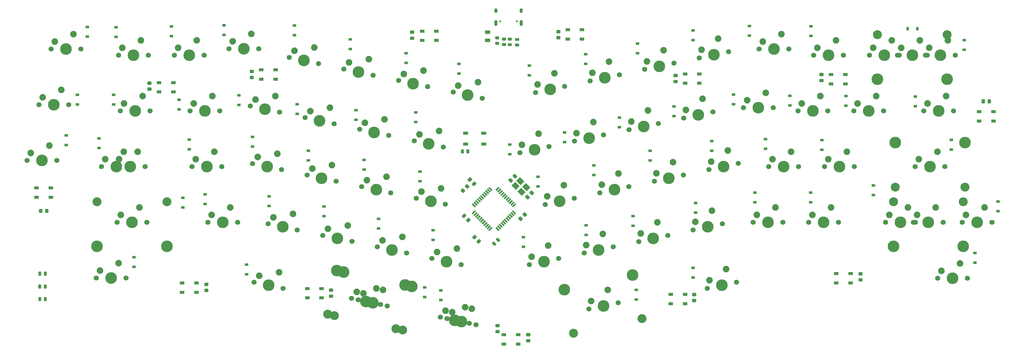
<source format=gbr>
%TF.GenerationSoftware,KiCad,Pcbnew,(5.1.6)-1*%
%TF.CreationDate,2020-07-28T20:53:14+02:00*%
%TF.ProjectId,Proyecto A,50726f79-6563-4746-9f20-412e6b696361,rev?*%
%TF.SameCoordinates,Original*%
%TF.FileFunction,Soldermask,Bot*%
%TF.FilePolarity,Negative*%
%FSLAX46Y46*%
G04 Gerber Fmt 4.6, Leading zero omitted, Abs format (unit mm)*
G04 Created by KiCad (PCBNEW (5.1.6)-1) date 2020-07-28 20:53:14*
%MOMM*%
%LPD*%
G01*
G04 APERTURE LIST*
%ADD10C,0.650000*%
%ADD11O,1.000000X2.100000*%
%ADD12O,1.000000X1.600000*%
%ADD13C,0.100000*%
%ADD14C,2.250000*%
%ADD15C,3.987800*%
%ADD16C,1.750000*%
%ADD17R,1.200000X0.900000*%
%ADD18R,1.800000X1.100000*%
%ADD19C,3.048000*%
%ADD20R,0.900000X1.200000*%
%ADD21R,1.500000X1.000000*%
G04 APERTURE END LIST*
%TO.C,R8*%
G36*
G01*
X234558650Y-2174501D02*
X233646150Y-2174501D01*
G75*
G02*
X233402400Y-1930751I0J243750D01*
G01*
X233402400Y-1443251D01*
G75*
G02*
X233646150Y-1199501I243750J0D01*
G01*
X234558650Y-1199501D01*
G75*
G02*
X234802400Y-1443251I0J-243750D01*
G01*
X234802400Y-1930751D01*
G75*
G02*
X234558650Y-2174501I-243750J0D01*
G01*
G37*
G36*
G01*
X234558650Y-299501D02*
X233646150Y-299501D01*
G75*
G02*
X233402400Y-55751I0J243750D01*
G01*
X233402400Y431749D01*
G75*
G02*
X233646150Y675499I243750J0D01*
G01*
X234558650Y675499D01*
G75*
G02*
X234802400Y431749I0J-243750D01*
G01*
X234802400Y-55751D01*
G75*
G02*
X234558650Y-299501I-243750J0D01*
G01*
G37*
%TD*%
D10*
%TO.C,USB1*%
X228312400Y6398000D03*
X234092400Y6398000D03*
D11*
X235522400Y5868000D03*
X226882400Y5868000D03*
D12*
X235522400Y10048000D03*
X226882400Y10048000D03*
%TD*%
D13*
%TO.C,Y1*%
G36*
X238595878Y-50368421D02*
G01*
X237323086Y-51641213D01*
X235838162Y-50156289D01*
X237110954Y-48883497D01*
X238595878Y-50368421D01*
G37*
G36*
X236545268Y-48317811D02*
G01*
X235272476Y-49590603D01*
X233787552Y-48105679D01*
X235060344Y-46832887D01*
X236545268Y-48317811D01*
G37*
G36*
X234918922Y-49944157D02*
G01*
X233646130Y-51216949D01*
X232161206Y-49732025D01*
X233433998Y-48459233D01*
X234918922Y-49944157D01*
G37*
G36*
X236969532Y-51994767D02*
G01*
X235696740Y-53267559D01*
X234211816Y-51782635D01*
X235484608Y-50509843D01*
X236969532Y-51994767D01*
G37*
%TD*%
%TO.C,C21*%
G36*
G01*
X171036401Y-86115499D02*
X170136399Y-86115499D01*
G75*
G02*
X169886400Y-85865500I0J249999D01*
G01*
X169886400Y-85215498D01*
G75*
G02*
X170136399Y-84965499I249999J0D01*
G01*
X171036401Y-84965499D01*
G75*
G02*
X171286400Y-85215498I0J-249999D01*
G01*
X171286400Y-85865500D01*
G75*
G02*
X171036401Y-86115499I-249999J0D01*
G01*
G37*
G36*
G01*
X171036401Y-88165499D02*
X170136399Y-88165499D01*
G75*
G02*
X169886400Y-87915500I0J249999D01*
G01*
X169886400Y-87265498D01*
G75*
G02*
X170136399Y-87015499I249999J0D01*
G01*
X171036401Y-87015499D01*
G75*
G02*
X171286400Y-87265498I0J-249999D01*
G01*
X171286400Y-87915500D01*
G75*
G02*
X171036401Y-88165499I-249999J0D01*
G01*
G37*
%TD*%
%TO.C,C20*%
G36*
G01*
X128491401Y-84132000D02*
X127591399Y-84132000D01*
G75*
G02*
X127341400Y-83882001I0J249999D01*
G01*
X127341400Y-83231999D01*
G75*
G02*
X127591399Y-82982000I249999J0D01*
G01*
X128491401Y-82982000D01*
G75*
G02*
X128741400Y-83231999I0J-249999D01*
G01*
X128741400Y-83882001D01*
G75*
G02*
X128491401Y-84132000I-249999J0D01*
G01*
G37*
G36*
G01*
X128491401Y-86182000D02*
X127591399Y-86182000D01*
G75*
G02*
X127341400Y-85932001I0J249999D01*
G01*
X127341400Y-85281999D01*
G75*
G02*
X127591399Y-85032000I249999J0D01*
G01*
X128491401Y-85032000D01*
G75*
G02*
X128741400Y-85281999I0J-249999D01*
G01*
X128741400Y-85932001D01*
G75*
G02*
X128491401Y-86182000I-249999J0D01*
G01*
G37*
%TD*%
%TO.C,C19*%
G36*
G01*
X72092400Y-57969999D02*
X72092400Y-58870001D01*
G75*
G02*
X71842401Y-59120000I-249999J0D01*
G01*
X71192399Y-59120000D01*
G75*
G02*
X70942400Y-58870001I0J249999D01*
G01*
X70942400Y-57969999D01*
G75*
G02*
X71192399Y-57720000I249999J0D01*
G01*
X71842401Y-57720000D01*
G75*
G02*
X72092400Y-57969999I0J-249999D01*
G01*
G37*
G36*
G01*
X74142400Y-57969999D02*
X74142400Y-58870001D01*
G75*
G02*
X73892401Y-59120000I-249999J0D01*
G01*
X73242399Y-59120000D01*
G75*
G02*
X72992400Y-58870001I0J249999D01*
G01*
X72992400Y-57969999D01*
G75*
G02*
X73242399Y-57720000I249999J0D01*
G01*
X73892401Y-57720000D01*
G75*
G02*
X74142400Y-57969999I0J-249999D01*
G01*
G37*
%TD*%
%TO.C,C18*%
G36*
G01*
X109060401Y-15298000D02*
X108160399Y-15298000D01*
G75*
G02*
X107910400Y-15048001I0J249999D01*
G01*
X107910400Y-14397999D01*
G75*
G02*
X108160399Y-14148000I249999J0D01*
G01*
X109060401Y-14148000D01*
G75*
G02*
X109310400Y-14397999I0J-249999D01*
G01*
X109310400Y-15048001D01*
G75*
G02*
X109060401Y-15298000I-249999J0D01*
G01*
G37*
G36*
G01*
X109060401Y-17348000D02*
X108160399Y-17348000D01*
G75*
G02*
X107910400Y-17098001I0J249999D01*
G01*
X107910400Y-16447999D01*
G75*
G02*
X108160399Y-16198000I249999J0D01*
G01*
X109060401Y-16198000D01*
G75*
G02*
X109310400Y-16447999I0J-249999D01*
G01*
X109310400Y-17098001D01*
G75*
G02*
X109060401Y-17348000I-249999J0D01*
G01*
G37*
%TD*%
%TO.C,C17*%
G36*
G01*
X143985401Y-11312499D02*
X143085399Y-11312499D01*
G75*
G02*
X142835400Y-11062500I0J249999D01*
G01*
X142835400Y-10412498D01*
G75*
G02*
X143085399Y-10162499I249999J0D01*
G01*
X143985401Y-10162499D01*
G75*
G02*
X144235400Y-10412498I0J-249999D01*
G01*
X144235400Y-11062500D01*
G75*
G02*
X143985401Y-11312499I-249999J0D01*
G01*
G37*
G36*
G01*
X143985401Y-13362499D02*
X143085399Y-13362499D01*
G75*
G02*
X142835400Y-13112500I0J249999D01*
G01*
X142835400Y-12462498D01*
G75*
G02*
X143085399Y-12212499I249999J0D01*
G01*
X143985401Y-12212499D01*
G75*
G02*
X144235400Y-12462498I0J-249999D01*
G01*
X144235400Y-13112500D01*
G75*
G02*
X143985401Y-13362499I-249999J0D01*
G01*
G37*
%TD*%
%TO.C,C16*%
G36*
G01*
X198722401Y2101000D02*
X197822399Y2101000D01*
G75*
G02*
X197572400Y2350999I0J249999D01*
G01*
X197572400Y3001001D01*
G75*
G02*
X197822399Y3251000I249999J0D01*
G01*
X198722401Y3251000D01*
G75*
G02*
X198972400Y3001001I0J-249999D01*
G01*
X198972400Y2350999D01*
G75*
G02*
X198722401Y2101000I-249999J0D01*
G01*
G37*
G36*
G01*
X198722401Y51000D02*
X197822399Y51000D01*
G75*
G02*
X197572400Y300999I0J249999D01*
G01*
X197572400Y951001D01*
G75*
G02*
X197822399Y1201000I249999J0D01*
G01*
X198722401Y1201000D01*
G75*
G02*
X198972400Y951001I0J-249999D01*
G01*
X198972400Y300999D01*
G75*
G02*
X198722401Y51000I-249999J0D01*
G01*
G37*
%TD*%
%TO.C,C15*%
G36*
G01*
X248633401Y2306499D02*
X247733399Y2306499D01*
G75*
G02*
X247483400Y2556498I0J249999D01*
G01*
X247483400Y3206500D01*
G75*
G02*
X247733399Y3456499I249999J0D01*
G01*
X248633401Y3456499D01*
G75*
G02*
X248883400Y3206500I0J-249999D01*
G01*
X248883400Y2556498D01*
G75*
G02*
X248633401Y2306499I-249999J0D01*
G01*
G37*
G36*
G01*
X248633401Y256499D02*
X247733399Y256499D01*
G75*
G02*
X247483400Y506498I0J249999D01*
G01*
X247483400Y1156500D01*
G75*
G02*
X247733399Y1406499I249999J0D01*
G01*
X248633401Y1406499D01*
G75*
G02*
X248883400Y1156500I0J-249999D01*
G01*
X248883400Y506498D01*
G75*
G02*
X248633401Y256499I-249999J0D01*
G01*
G37*
%TD*%
%TO.C,C14*%
G36*
G01*
X288638401Y-12709499D02*
X287738399Y-12709499D01*
G75*
G02*
X287488400Y-12459500I0J249999D01*
G01*
X287488400Y-11809498D01*
G75*
G02*
X287738399Y-11559499I249999J0D01*
G01*
X288638401Y-11559499D01*
G75*
G02*
X288888400Y-11809498I0J-249999D01*
G01*
X288888400Y-12459500D01*
G75*
G02*
X288638401Y-12709499I-249999J0D01*
G01*
G37*
G36*
G01*
X288638401Y-14759499D02*
X287738399Y-14759499D01*
G75*
G02*
X287488400Y-14509500I0J249999D01*
G01*
X287488400Y-13859498D01*
G75*
G02*
X287738399Y-13609499I249999J0D01*
G01*
X288638401Y-13609499D01*
G75*
G02*
X288888400Y-13859498I0J-249999D01*
G01*
X288888400Y-14509500D01*
G75*
G02*
X288638401Y-14759499I-249999J0D01*
G01*
G37*
%TD*%
%TO.C,C13*%
G36*
G01*
X338422401Y-12377000D02*
X337522399Y-12377000D01*
G75*
G02*
X337272400Y-12127001I0J249999D01*
G01*
X337272400Y-11476999D01*
G75*
G02*
X337522399Y-11227000I249999J0D01*
G01*
X338422401Y-11227000D01*
G75*
G02*
X338672400Y-11476999I0J-249999D01*
G01*
X338672400Y-12127001D01*
G75*
G02*
X338422401Y-12377000I-249999J0D01*
G01*
G37*
G36*
G01*
X338422401Y-14427000D02*
X337522399Y-14427000D01*
G75*
G02*
X337272400Y-14177001I0J249999D01*
G01*
X337272400Y-13526999D01*
G75*
G02*
X337522399Y-13277000I249999J0D01*
G01*
X338422401Y-13277000D01*
G75*
G02*
X338672400Y-13526999I0J-249999D01*
G01*
X338672400Y-14177001D01*
G75*
G02*
X338422401Y-14427000I-249999J0D01*
G01*
G37*
%TD*%
%TO.C,C12*%
G36*
G01*
X394683400Y-21405001D02*
X394683400Y-20504999D01*
G75*
G02*
X394933399Y-20255000I249999J0D01*
G01*
X395583401Y-20255000D01*
G75*
G02*
X395833400Y-20504999I0J-249999D01*
G01*
X395833400Y-21405001D01*
G75*
G02*
X395583401Y-21655000I-249999J0D01*
G01*
X394933399Y-21655000D01*
G75*
G02*
X394683400Y-21405001I0J249999D01*
G01*
G37*
G36*
G01*
X392633400Y-21405001D02*
X392633400Y-20504999D01*
G75*
G02*
X392883399Y-20255000I249999J0D01*
G01*
X393533401Y-20255000D01*
G75*
G02*
X393783400Y-20504999I0J-249999D01*
G01*
X393783400Y-21405001D01*
G75*
G02*
X393533401Y-21655000I-249999J0D01*
G01*
X392883399Y-21655000D01*
G75*
G02*
X392633400Y-21405001I0J249999D01*
G01*
G37*
%TD*%
%TO.C,C11*%
G36*
G01*
X351757401Y-80527499D02*
X350857399Y-80527499D01*
G75*
G02*
X350607400Y-80277500I0J249999D01*
G01*
X350607400Y-79627498D01*
G75*
G02*
X350857399Y-79377499I249999J0D01*
G01*
X351757401Y-79377499D01*
G75*
G02*
X352007400Y-79627498I0J-249999D01*
G01*
X352007400Y-80277500D01*
G75*
G02*
X351757401Y-80527499I-249999J0D01*
G01*
G37*
G36*
G01*
X351757401Y-82577499D02*
X350857399Y-82577499D01*
G75*
G02*
X350607400Y-82327500I0J249999D01*
G01*
X350607400Y-81677498D01*
G75*
G02*
X350857399Y-81427499I249999J0D01*
G01*
X351757401Y-81427499D01*
G75*
G02*
X352007400Y-81677498I0J-249999D01*
G01*
X352007400Y-82327500D01*
G75*
G02*
X351757401Y-82577499I-249999J0D01*
G01*
G37*
%TD*%
%TO.C,C10*%
G36*
G01*
X294988401Y-87609500D02*
X294088399Y-87609500D01*
G75*
G02*
X293838400Y-87359501I0J249999D01*
G01*
X293838400Y-86709499D01*
G75*
G02*
X294088399Y-86459500I249999J0D01*
G01*
X294988401Y-86459500D01*
G75*
G02*
X295238400Y-86709499I0J-249999D01*
G01*
X295238400Y-87359501D01*
G75*
G02*
X294988401Y-87609500I-249999J0D01*
G01*
G37*
G36*
G01*
X294988401Y-89659500D02*
X294088399Y-89659500D01*
G75*
G02*
X293838400Y-89409501I0J249999D01*
G01*
X293838400Y-88759499D01*
G75*
G02*
X294088399Y-88509500I249999J0D01*
G01*
X294988401Y-88509500D01*
G75*
G02*
X295238400Y-88759499I0J-249999D01*
G01*
X295238400Y-89409501D01*
G75*
G02*
X294988401Y-89659500I-249999J0D01*
G01*
G37*
%TD*%
%TO.C,C9*%
G36*
G01*
X238346401Y-101355499D02*
X237446399Y-101355499D01*
G75*
G02*
X237196400Y-101105500I0J249999D01*
G01*
X237196400Y-100455498D01*
G75*
G02*
X237446399Y-100205499I249999J0D01*
G01*
X238346401Y-100205499D01*
G75*
G02*
X238596400Y-100455498I0J-249999D01*
G01*
X238596400Y-101105500D01*
G75*
G02*
X238346401Y-101355499I-249999J0D01*
G01*
G37*
G36*
G01*
X238346401Y-103405499D02*
X237446399Y-103405499D01*
G75*
G02*
X237196400Y-103155500I0J249999D01*
G01*
X237196400Y-102505498D01*
G75*
G02*
X237446399Y-102255499I249999J0D01*
G01*
X238346401Y-102255499D01*
G75*
G02*
X238596400Y-102505498I0J-249999D01*
G01*
X238596400Y-103155500D01*
G75*
G02*
X238346401Y-103405499I-249999J0D01*
G01*
G37*
%TD*%
%TO.C,C7*%
G36*
G01*
X216963796Y-50787001D02*
X216327399Y-50150604D01*
G75*
G02*
X216327399Y-49797052I176776J176776D01*
G01*
X216787020Y-49337431D01*
G75*
G02*
X217140572Y-49337431I176776J-176776D01*
G01*
X217776969Y-49973828D01*
G75*
G02*
X217776969Y-50327380I-176776J-176776D01*
G01*
X217317348Y-50787001D01*
G75*
G02*
X216963796Y-50787001I-176776J176776D01*
G01*
G37*
G36*
G01*
X215514228Y-52236569D02*
X214877831Y-51600172D01*
G75*
G02*
X214877831Y-51246620I176776J176776D01*
G01*
X215337452Y-50786999D01*
G75*
G02*
X215691004Y-50786999I176776J-176776D01*
G01*
X216327401Y-51423396D01*
G75*
G02*
X216327401Y-51776948I-176776J-176776D01*
G01*
X215867780Y-52236569D01*
G75*
G02*
X215514228Y-52236569I-176776J176776D01*
G01*
G37*
%TD*%
%TO.C,C6*%
G36*
G01*
X218697399Y-49083396D02*
X219333796Y-48446999D01*
G75*
G02*
X219687348Y-48446999I176776J-176776D01*
G01*
X220146969Y-48906620D01*
G75*
G02*
X220146969Y-49260172I-176776J-176776D01*
G01*
X219510572Y-49896569D01*
G75*
G02*
X219157020Y-49896569I-176776J176776D01*
G01*
X218697399Y-49436948D01*
G75*
G02*
X218697399Y-49083396I176776J176776D01*
G01*
G37*
G36*
G01*
X217247831Y-47633828D02*
X217884228Y-46997431D01*
G75*
G02*
X218237780Y-46997431I176776J-176776D01*
G01*
X218697401Y-47457052D01*
G75*
G02*
X218697401Y-47810604I-176776J-176776D01*
G01*
X218061004Y-48447001D01*
G75*
G02*
X217707452Y-48447001I-176776J176776D01*
G01*
X217247831Y-47987380D01*
G75*
G02*
X217247831Y-47633828I176776J176776D01*
G01*
G37*
%TD*%
%TO.C,C5*%
G36*
G01*
X220297401Y-67470604D02*
X219661004Y-68107001D01*
G75*
G02*
X219307452Y-68107001I-176776J176776D01*
G01*
X218847831Y-67647380D01*
G75*
G02*
X218847831Y-67293828I176776J176776D01*
G01*
X219484228Y-66657431D01*
G75*
G02*
X219837780Y-66657431I176776J-176776D01*
G01*
X220297401Y-67117052D01*
G75*
G02*
X220297401Y-67470604I-176776J-176776D01*
G01*
G37*
G36*
G01*
X221746969Y-68920172D02*
X221110572Y-69556569D01*
G75*
G02*
X220757020Y-69556569I-176776J176776D01*
G01*
X220297399Y-69096948D01*
G75*
G02*
X220297399Y-68743396I176776J176776D01*
G01*
X220933796Y-68106999D01*
G75*
G02*
X221287348Y-68106999I176776J-176776D01*
G01*
X221746969Y-68566620D01*
G75*
G02*
X221746969Y-68920172I-176776J-176776D01*
G01*
G37*
%TD*%
%TO.C,C4*%
G36*
G01*
X236638796Y-60387001D02*
X236002399Y-59750604D01*
G75*
G02*
X236002399Y-59397052I176776J176776D01*
G01*
X236462020Y-58937431D01*
G75*
G02*
X236815572Y-58937431I176776J-176776D01*
G01*
X237451969Y-59573828D01*
G75*
G02*
X237451969Y-59927380I-176776J-176776D01*
G01*
X236992348Y-60387001D01*
G75*
G02*
X236638796Y-60387001I-176776J176776D01*
G01*
G37*
G36*
G01*
X235189228Y-61836569D02*
X234552831Y-61200172D01*
G75*
G02*
X234552831Y-60846620I176776J176776D01*
G01*
X235012452Y-60386999D01*
G75*
G02*
X235366004Y-60386999I176776J-176776D01*
G01*
X236002401Y-61023396D01*
G75*
G02*
X236002401Y-61376948I-176776J-176776D01*
G01*
X235542780Y-61836569D01*
G75*
G02*
X235189228Y-61836569I-176776J176776D01*
G01*
G37*
%TD*%
%TO.C,C3*%
G36*
G01*
X231998091Y-47289912D02*
X232634488Y-47926309D01*
G75*
G02*
X232634488Y-48279861I-176776J-176776D01*
G01*
X232174867Y-48739482D01*
G75*
G02*
X231821315Y-48739482I-176776J176776D01*
G01*
X231184918Y-48103085D01*
G75*
G02*
X231184918Y-47749533I176776J176776D01*
G01*
X231644539Y-47289912D01*
G75*
G02*
X231998091Y-47289912I176776J-176776D01*
G01*
G37*
G36*
G01*
X233447659Y-45840344D02*
X234084056Y-46476741D01*
G75*
G02*
X234084056Y-46830293I-176776J-176776D01*
G01*
X233624435Y-47289914D01*
G75*
G02*
X233270883Y-47289914I-176776J176776D01*
G01*
X232634486Y-46653517D01*
G75*
G02*
X232634486Y-46299965I176776J176776D01*
G01*
X233094107Y-45840344D01*
G75*
G02*
X233447659Y-45840344I176776J-176776D01*
G01*
G37*
%TD*%
%TO.C,C2*%
G36*
G01*
X239013796Y-52977001D02*
X238377399Y-52340604D01*
G75*
G02*
X238377399Y-51987052I176776J176776D01*
G01*
X238837020Y-51527431D01*
G75*
G02*
X239190572Y-51527431I176776J-176776D01*
G01*
X239826969Y-52163828D01*
G75*
G02*
X239826969Y-52517380I-176776J-176776D01*
G01*
X239367348Y-52977001D01*
G75*
G02*
X239013796Y-52977001I-176776J176776D01*
G01*
G37*
G36*
G01*
X237564228Y-54426569D02*
X236927831Y-53790172D01*
G75*
G02*
X236927831Y-53436620I176776J176776D01*
G01*
X237387452Y-52976999D01*
G75*
G02*
X237741004Y-52976999I176776J-176776D01*
G01*
X238377401Y-53613396D01*
G75*
G02*
X238377401Y-53966948I-176776J-176776D01*
G01*
X237917780Y-54426569D01*
G75*
G02*
X237564228Y-54426569I-176776J176776D01*
G01*
G37*
%TD*%
%TO.C,C1*%
G36*
G01*
X216710312Y-61466309D02*
X217346709Y-60829912D01*
G75*
G02*
X217700261Y-60829912I176776J-176776D01*
G01*
X218159882Y-61289533D01*
G75*
G02*
X218159882Y-61643085I-176776J-176776D01*
G01*
X217523485Y-62279482D01*
G75*
G02*
X217169933Y-62279482I-176776J176776D01*
G01*
X216710312Y-61819861D01*
G75*
G02*
X216710312Y-61466309I176776J176776D01*
G01*
G37*
G36*
G01*
X215260744Y-60016741D02*
X215897141Y-59380344D01*
G75*
G02*
X216250693Y-59380344I176776J-176776D01*
G01*
X216710314Y-59839965D01*
G75*
G02*
X216710314Y-60193517I-176776J-176776D01*
G01*
X216073917Y-60829914D01*
G75*
G02*
X215720365Y-60829914I-176776J176776D01*
G01*
X215260744Y-60370293D01*
G75*
G02*
X215260744Y-60016741I176776J176776D01*
G01*
G37*
%TD*%
%TO.C,R11*%
G36*
G01*
X227877401Y-98247000D02*
X226977399Y-98247000D01*
G75*
G02*
X226727400Y-97997001I0J249999D01*
G01*
X226727400Y-97346999D01*
G75*
G02*
X226977399Y-97097000I249999J0D01*
G01*
X227877401Y-97097000D01*
G75*
G02*
X228127400Y-97346999I0J-249999D01*
G01*
X228127400Y-97997001D01*
G75*
G02*
X227877401Y-98247000I-249999J0D01*
G01*
G37*
G36*
G01*
X227877401Y-100297000D02*
X226977399Y-100297000D01*
G75*
G02*
X226727400Y-100047001I0J249999D01*
G01*
X226727400Y-99396999D01*
G75*
G02*
X226977399Y-99147000I249999J0D01*
G01*
X227877401Y-99147000D01*
G75*
G02*
X228127400Y-99396999I0J-249999D01*
G01*
X228127400Y-100047001D01*
G75*
G02*
X227877401Y-100297000I-249999J0D01*
G01*
G37*
%TD*%
%TO.C,R2*%
G36*
G01*
X232058650Y-2049500D02*
X231146150Y-2049500D01*
G75*
G02*
X230902400Y-1805750I0J243750D01*
G01*
X230902400Y-1318250D01*
G75*
G02*
X231146150Y-1074500I243750J0D01*
G01*
X232058650Y-1074500D01*
G75*
G02*
X232302400Y-1318250I0J-243750D01*
G01*
X232302400Y-1805750D01*
G75*
G02*
X232058650Y-2049500I-243750J0D01*
G01*
G37*
G36*
G01*
X232058650Y-174500D02*
X231146150Y-174500D01*
G75*
G02*
X230902400Y69250I0J243750D01*
G01*
X230902400Y556750D01*
G75*
G02*
X231146150Y800500I243750J0D01*
G01*
X232058650Y800500D01*
G75*
G02*
X232302400Y556750I0J-243750D01*
G01*
X232302400Y69250D01*
G75*
G02*
X232058650Y-174500I-243750J0D01*
G01*
G37*
%TD*%
%TO.C,R1*%
G36*
G01*
X230083650Y-2024500D02*
X229171150Y-2024500D01*
G75*
G02*
X228927400Y-1780750I0J243750D01*
G01*
X228927400Y-1293250D01*
G75*
G02*
X229171150Y-1049500I243750J0D01*
G01*
X230083650Y-1049500D01*
G75*
G02*
X230327400Y-1293250I0J-243750D01*
G01*
X230327400Y-1780750D01*
G75*
G02*
X230083650Y-2024500I-243750J0D01*
G01*
G37*
G36*
G01*
X230083650Y-149500D02*
X229171150Y-149500D01*
G75*
G02*
X228927400Y94250I0J243750D01*
G01*
X228927400Y581750D01*
G75*
G02*
X229171150Y825500I243750J0D01*
G01*
X230083650Y825500D01*
G75*
G02*
X230327400Y581750I0J-243750D01*
G01*
X230327400Y94250D01*
G75*
G02*
X230083650Y-149500I-243750J0D01*
G01*
G37*
%TD*%
D14*
%TO.C,K4*%
X183500686Y-6499106D03*
D15*
X179960000Y-10940000D03*
D14*
X176761353Y-7663362D03*
D16*
X174991010Y-9883809D03*
X184928990Y-11996191D03*
%TD*%
D17*
%TO.C,D_63*%
X294177400Y-81217000D03*
X294177400Y-77917000D03*
%TD*%
%TO.C,R6*%
G36*
G01*
X71684900Y-88130750D02*
X71684900Y-89043250D01*
G75*
G02*
X71441150Y-89287000I-243750J0D01*
G01*
X70953650Y-89287000D01*
G75*
G02*
X70709900Y-89043250I0J243750D01*
G01*
X70709900Y-88130750D01*
G75*
G02*
X70953650Y-87887000I243750J0D01*
G01*
X71441150Y-87887000D01*
G75*
G02*
X71684900Y-88130750I0J-243750D01*
G01*
G37*
G36*
G01*
X73559900Y-88130750D02*
X73559900Y-89043250D01*
G75*
G02*
X73316150Y-89287000I-243750J0D01*
G01*
X72828650Y-89287000D01*
G75*
G02*
X72584900Y-89043250I0J243750D01*
G01*
X72584900Y-88130750D01*
G75*
G02*
X72828650Y-87887000I243750J0D01*
G01*
X73316150Y-87887000D01*
G75*
G02*
X73559900Y-88130750I0J-243750D01*
G01*
G37*
%TD*%
%TO.C,D_40*%
X300557528Y-37820961D03*
X300557528Y-34520961D03*
%TD*%
D14*
%TO.C,SPLIT_BKS1*%
X381091880Y-71680D03*
D15*
X378551880Y-5151680D03*
D14*
X374741880Y-2611680D03*
D16*
X373471880Y-5151680D03*
X383631880Y-5151680D03*
%TD*%
D17*
%TO.C,D_44*%
X386670000Y-50000D03*
X386670000Y-3350000D03*
%TD*%
D13*
%TO.C,U1*%
G36*
X219684700Y-58206978D02*
G01*
X220073608Y-58595886D01*
X219012948Y-59656546D01*
X218624040Y-59267638D01*
X219684700Y-58206978D01*
G37*
G36*
X220250386Y-58772663D02*
G01*
X220639294Y-59161571D01*
X219578634Y-60222231D01*
X219189726Y-59833323D01*
X220250386Y-58772663D01*
G37*
G36*
X220816071Y-59338348D02*
G01*
X221204979Y-59727256D01*
X220144319Y-60787916D01*
X219755411Y-60399008D01*
X220816071Y-59338348D01*
G37*
G36*
X221381756Y-59904034D02*
G01*
X221770664Y-60292942D01*
X220710004Y-61353602D01*
X220321096Y-60964694D01*
X221381756Y-59904034D01*
G37*
G36*
X221947442Y-60469719D02*
G01*
X222336350Y-60858627D01*
X221275690Y-61919287D01*
X220886782Y-61530379D01*
X221947442Y-60469719D01*
G37*
G36*
X222513127Y-61035405D02*
G01*
X222902035Y-61424313D01*
X221841375Y-62484973D01*
X221452467Y-62096065D01*
X222513127Y-61035405D01*
G37*
G36*
X223078813Y-61601090D02*
G01*
X223467721Y-61989998D01*
X222407061Y-63050658D01*
X222018153Y-62661750D01*
X223078813Y-61601090D01*
G37*
G36*
X223644498Y-62166776D02*
G01*
X224033406Y-62555684D01*
X222972746Y-63616344D01*
X222583838Y-63227436D01*
X223644498Y-62166776D01*
G37*
G36*
X224210184Y-62732461D02*
G01*
X224599092Y-63121369D01*
X223538432Y-64182029D01*
X223149524Y-63793121D01*
X224210184Y-62732461D01*
G37*
G36*
X224775869Y-63298146D02*
G01*
X225164777Y-63687054D01*
X224104117Y-64747714D01*
X223715209Y-64358806D01*
X224775869Y-63298146D01*
G37*
G36*
X225341554Y-63863832D02*
G01*
X225730462Y-64252740D01*
X224669802Y-65313400D01*
X224280894Y-64924492D01*
X225341554Y-63863832D01*
G37*
G36*
X226685058Y-64252740D02*
G01*
X227073966Y-63863832D01*
X228134626Y-64924492D01*
X227745718Y-65313400D01*
X226685058Y-64252740D01*
G37*
G36*
X227250743Y-63687054D02*
G01*
X227639651Y-63298146D01*
X228700311Y-64358806D01*
X228311403Y-64747714D01*
X227250743Y-63687054D01*
G37*
G36*
X227816428Y-63121369D02*
G01*
X228205336Y-62732461D01*
X229265996Y-63793121D01*
X228877088Y-64182029D01*
X227816428Y-63121369D01*
G37*
G36*
X228382114Y-62555684D02*
G01*
X228771022Y-62166776D01*
X229831682Y-63227436D01*
X229442774Y-63616344D01*
X228382114Y-62555684D01*
G37*
G36*
X228947799Y-61989998D02*
G01*
X229336707Y-61601090D01*
X230397367Y-62661750D01*
X230008459Y-63050658D01*
X228947799Y-61989998D01*
G37*
G36*
X229513485Y-61424313D02*
G01*
X229902393Y-61035405D01*
X230963053Y-62096065D01*
X230574145Y-62484973D01*
X229513485Y-61424313D01*
G37*
G36*
X230079170Y-60858627D02*
G01*
X230468078Y-60469719D01*
X231528738Y-61530379D01*
X231139830Y-61919287D01*
X230079170Y-60858627D01*
G37*
G36*
X230644856Y-60292942D02*
G01*
X231033764Y-59904034D01*
X232094424Y-60964694D01*
X231705516Y-61353602D01*
X230644856Y-60292942D01*
G37*
G36*
X231210541Y-59727256D02*
G01*
X231599449Y-59338348D01*
X232660109Y-60399008D01*
X232271201Y-60787916D01*
X231210541Y-59727256D01*
G37*
G36*
X231776226Y-59161571D02*
G01*
X232165134Y-58772663D01*
X233225794Y-59833323D01*
X232836886Y-60222231D01*
X231776226Y-59161571D01*
G37*
G36*
X232341912Y-58595886D02*
G01*
X232730820Y-58206978D01*
X233791480Y-59267638D01*
X233402572Y-59656546D01*
X232341912Y-58595886D01*
G37*
G36*
X233402572Y-55802814D02*
G01*
X233791480Y-56191722D01*
X232730820Y-57252382D01*
X232341912Y-56863474D01*
X233402572Y-55802814D01*
G37*
G36*
X232836886Y-55237129D02*
G01*
X233225794Y-55626037D01*
X232165134Y-56686697D01*
X231776226Y-56297789D01*
X232836886Y-55237129D01*
G37*
G36*
X232271201Y-54671444D02*
G01*
X232660109Y-55060352D01*
X231599449Y-56121012D01*
X231210541Y-55732104D01*
X232271201Y-54671444D01*
G37*
G36*
X231705516Y-54105758D02*
G01*
X232094424Y-54494666D01*
X231033764Y-55555326D01*
X230644856Y-55166418D01*
X231705516Y-54105758D01*
G37*
G36*
X231139830Y-53540073D02*
G01*
X231528738Y-53928981D01*
X230468078Y-54989641D01*
X230079170Y-54600733D01*
X231139830Y-53540073D01*
G37*
G36*
X230574145Y-52974387D02*
G01*
X230963053Y-53363295D01*
X229902393Y-54423955D01*
X229513485Y-54035047D01*
X230574145Y-52974387D01*
G37*
G36*
X230008459Y-52408702D02*
G01*
X230397367Y-52797610D01*
X229336707Y-53858270D01*
X228947799Y-53469362D01*
X230008459Y-52408702D01*
G37*
G36*
X229442774Y-51843016D02*
G01*
X229831682Y-52231924D01*
X228771022Y-53292584D01*
X228382114Y-52903676D01*
X229442774Y-51843016D01*
G37*
G36*
X228877088Y-51277331D02*
G01*
X229265996Y-51666239D01*
X228205336Y-52726899D01*
X227816428Y-52337991D01*
X228877088Y-51277331D01*
G37*
G36*
X228311403Y-50711646D02*
G01*
X228700311Y-51100554D01*
X227639651Y-52161214D01*
X227250743Y-51772306D01*
X228311403Y-50711646D01*
G37*
G36*
X227745718Y-50145960D02*
G01*
X228134626Y-50534868D01*
X227073966Y-51595528D01*
X226685058Y-51206620D01*
X227745718Y-50145960D01*
G37*
G36*
X224280894Y-50534868D02*
G01*
X224669802Y-50145960D01*
X225730462Y-51206620D01*
X225341554Y-51595528D01*
X224280894Y-50534868D01*
G37*
G36*
X223715209Y-51100554D02*
G01*
X224104117Y-50711646D01*
X225164777Y-51772306D01*
X224775869Y-52161214D01*
X223715209Y-51100554D01*
G37*
G36*
X223149524Y-51666239D02*
G01*
X223538432Y-51277331D01*
X224599092Y-52337991D01*
X224210184Y-52726899D01*
X223149524Y-51666239D01*
G37*
G36*
X222583838Y-52231924D02*
G01*
X222972746Y-51843016D01*
X224033406Y-52903676D01*
X223644498Y-53292584D01*
X222583838Y-52231924D01*
G37*
G36*
X222018153Y-52797610D02*
G01*
X222407061Y-52408702D01*
X223467721Y-53469362D01*
X223078813Y-53858270D01*
X222018153Y-52797610D01*
G37*
G36*
X221452467Y-53363295D02*
G01*
X221841375Y-52974387D01*
X222902035Y-54035047D01*
X222513127Y-54423955D01*
X221452467Y-53363295D01*
G37*
G36*
X220886782Y-53928981D02*
G01*
X221275690Y-53540073D01*
X222336350Y-54600733D01*
X221947442Y-54989641D01*
X220886782Y-53928981D01*
G37*
G36*
X220321096Y-54494666D02*
G01*
X220710004Y-54105758D01*
X221770664Y-55166418D01*
X221381756Y-55555326D01*
X220321096Y-54494666D01*
G37*
G36*
X219755411Y-55060352D02*
G01*
X220144319Y-54671444D01*
X221204979Y-55732104D01*
X220816071Y-56121012D01*
X219755411Y-55060352D01*
G37*
G36*
X219189726Y-55626037D02*
G01*
X219578634Y-55237129D01*
X220639294Y-56297789D01*
X220250386Y-56686697D01*
X219189726Y-55626037D01*
G37*
G36*
X218624040Y-56191722D02*
G01*
X219012948Y-55802814D01*
X220073608Y-56863474D01*
X219684700Y-57252382D01*
X218624040Y-56191722D01*
G37*
%TD*%
D18*
%TO.C,SW1*%
X216550000Y-35550000D03*
X222750000Y-35550000D03*
X216550000Y-31850000D03*
X222750000Y-31850000D03*
%TD*%
%TO.C,R9*%
G36*
G01*
X227758650Y-1599500D02*
X226846150Y-1599500D01*
G75*
G02*
X226602400Y-1355750I0J243750D01*
G01*
X226602400Y-868250D01*
G75*
G02*
X226846150Y-624500I243750J0D01*
G01*
X227758650Y-624500D01*
G75*
G02*
X228002400Y-868250I0J-243750D01*
G01*
X228002400Y-1355750D01*
G75*
G02*
X227758650Y-1599500I-243750J0D01*
G01*
G37*
G36*
G01*
X227758650Y275500D02*
X226846150Y275500D01*
G75*
G02*
X226602400Y519250I0J243750D01*
G01*
X226602400Y1006750D01*
G75*
G02*
X226846150Y1250500I243750J0D01*
G01*
X227758650Y1250500D01*
G75*
G02*
X228002400Y1006750I0J-243750D01*
G01*
X228002400Y519250D01*
G75*
G02*
X227758650Y275500I-243750J0D01*
G01*
G37*
%TD*%
%TO.C,R7*%
G36*
G01*
X71664900Y-83860750D02*
X71664900Y-84773250D01*
G75*
G02*
X71421150Y-85017000I-243750J0D01*
G01*
X70933650Y-85017000D01*
G75*
G02*
X70689900Y-84773250I0J243750D01*
G01*
X70689900Y-83860750D01*
G75*
G02*
X70933650Y-83617000I243750J0D01*
G01*
X71421150Y-83617000D01*
G75*
G02*
X71664900Y-83860750I0J-243750D01*
G01*
G37*
G36*
G01*
X73539900Y-83860750D02*
X73539900Y-84773250D01*
G75*
G02*
X73296150Y-85017000I-243750J0D01*
G01*
X72808650Y-85017000D01*
G75*
G02*
X72564900Y-84773250I0J243750D01*
G01*
X72564900Y-83860750D01*
G75*
G02*
X72808650Y-83617000I243750J0D01*
G01*
X73296150Y-83617000D01*
G75*
G02*
X73539900Y-83860750I0J-243750D01*
G01*
G37*
%TD*%
%TO.C,R5*%
G36*
G01*
X71684900Y-79430750D02*
X71684900Y-80343250D01*
G75*
G02*
X71441150Y-80587000I-243750J0D01*
G01*
X70953650Y-80587000D01*
G75*
G02*
X70709900Y-80343250I0J243750D01*
G01*
X70709900Y-79430750D01*
G75*
G02*
X70953650Y-79187000I243750J0D01*
G01*
X71441150Y-79187000D01*
G75*
G02*
X71684900Y-79430750I0J-243750D01*
G01*
G37*
G36*
G01*
X73559900Y-79430750D02*
X73559900Y-80343250D01*
G75*
G02*
X73316150Y-80587000I-243750J0D01*
G01*
X72828650Y-80587000D01*
G75*
G02*
X72584900Y-80343250I0J243750D01*
G01*
X72584900Y-79430750D01*
G75*
G02*
X72828650Y-79187000I243750J0D01*
G01*
X73316150Y-79187000D01*
G75*
G02*
X73559900Y-79430750I0J-243750D01*
G01*
G37*
%TD*%
%TO.C,R4*%
G36*
G01*
X227568216Y-68991419D02*
X226922981Y-68346184D01*
G75*
G02*
X226922981Y-68001470I172357J172357D01*
G01*
X227267696Y-67656755D01*
G75*
G02*
X227612410Y-67656755I172357J-172357D01*
G01*
X228257645Y-68301990D01*
G75*
G02*
X228257645Y-68646704I-172357J-172357D01*
G01*
X227912930Y-68991419D01*
G75*
G02*
X227568216Y-68991419I-172357J172357D01*
G01*
G37*
G36*
G01*
X226242390Y-70317245D02*
X225597155Y-69672010D01*
G75*
G02*
X225597155Y-69327296I172357J172357D01*
G01*
X225941870Y-68982581D01*
G75*
G02*
X226286584Y-68982581I172357J-172357D01*
G01*
X226931819Y-69627816D01*
G75*
G02*
X226931819Y-69972530I-172357J-172357D01*
G01*
X226587104Y-70317245D01*
G75*
G02*
X226242390Y-70317245I-172357J172357D01*
G01*
G37*
%TD*%
%TO.C,R3*%
G36*
G01*
X215914901Y-37630750D02*
X215914901Y-38543250D01*
G75*
G02*
X215671151Y-38787000I-243750J0D01*
G01*
X215183651Y-38787000D01*
G75*
G02*
X214939901Y-38543250I0J243750D01*
G01*
X214939901Y-37630750D01*
G75*
G02*
X215183651Y-37387000I243750J0D01*
G01*
X215671151Y-37387000D01*
G75*
G02*
X215914901Y-37630750I0J-243750D01*
G01*
G37*
G36*
G01*
X217789901Y-37630750D02*
X217789901Y-38543250D01*
G75*
G02*
X217546151Y-38787000I-243750J0D01*
G01*
X217058651Y-38787000D01*
G75*
G02*
X216814901Y-38543250I0J243750D01*
G01*
X216814901Y-37630750D01*
G75*
G02*
X217058651Y-37387000I243750J0D01*
G01*
X217546151Y-37387000D01*
G75*
G02*
X217789901Y-37630750I0J-243750D01*
G01*
G37*
%TD*%
D14*
%TO.C,FUNC1*%
X218660686Y-91879106D03*
D15*
X215120000Y-96320000D03*
D14*
X211921353Y-93043362D03*
D16*
X210151010Y-95263809D03*
X220088990Y-97376191D03*
%TD*%
D14*
%TO.C,lgui1*%
X188364226Y-85429946D03*
D15*
X184823540Y-89870840D03*
D14*
X181624893Y-86594202D03*
D16*
X179854550Y-88814649D03*
X189792530Y-90927031D03*
D19*
X171725207Y-94227752D03*
X195017347Y-99178650D03*
D15*
X174893781Y-79320783D03*
X198185921Y-84271680D03*
%TD*%
D14*
%TO.C,RSHIFT2*%
X377010100Y-57244540D03*
D15*
X374470100Y-62324540D03*
D14*
X370660100Y-59784540D03*
D16*
X369390100Y-62324540D03*
X379550100Y-62324540D03*
D19*
X362563850Y-55339540D03*
X386376350Y-55339540D03*
D15*
X362563850Y-70579540D03*
X386376350Y-70579540D03*
%TD*%
D14*
%TO.C,CAPS2*%
X99840000Y-38190000D03*
D15*
X97300000Y-43270000D03*
D14*
X93490000Y-40730000D03*
D16*
X92220000Y-43270000D03*
X102380000Y-43270000D03*
%TD*%
D14*
%TO.C,BACKSPACE1*%
X371530000Y-90000D03*
D15*
X368990000Y-5170000D03*
D14*
X365180000Y-2630000D03*
D16*
X363910000Y-5170000D03*
X374070000Y-5170000D03*
D19*
X357083750Y1815000D03*
X380896250Y1815000D03*
D15*
X357083750Y-13425000D03*
X380896250Y-13425000D03*
%TD*%
D14*
%TO.C,FUNCT1*%
X393670000Y-57220000D03*
D15*
X391130000Y-62300000D03*
D14*
X387320000Y-59760000D03*
D16*
X386050000Y-62300000D03*
X396210000Y-62300000D03*
%TD*%
D14*
%TO.C,RCTL1*%
X385250000Y-76350000D03*
D15*
X382710000Y-81430000D03*
D14*
X378900000Y-78890000D03*
D16*
X377630000Y-81430000D03*
X387790000Y-81430000D03*
%TD*%
D14*
%TO.C,RALT1*%
X305425704Y-78349914D03*
D15*
X303997400Y-83847000D03*
D14*
X299742562Y-82154649D03*
D16*
X299028410Y-84903191D03*
X308966390Y-82790809D03*
%TD*%
D14*
%TO.C,space2*%
X265019784Y-85425314D03*
D15*
X263591480Y-90922400D03*
D14*
X259336642Y-89230049D03*
D16*
X258622490Y-91978591D03*
X268560470Y-89866209D03*
D19*
X253397673Y-100230210D03*
X276689813Y-95279312D03*
D15*
X250229099Y-85323240D03*
X273521239Y-80372343D03*
%TD*%
D14*
%TO.C,FUNC2*%
X216370686Y-91389106D03*
D15*
X212830000Y-95830000D03*
D14*
X209631353Y-92553362D03*
D16*
X207861010Y-94773809D03*
X217798990Y-96886191D03*
%TD*%
D14*
%TO.C,SPCE2*%
X186070686Y-84949106D03*
D15*
X182530000Y-89390000D03*
D14*
X179331353Y-86113362D03*
D16*
X177561010Y-88333809D03*
X187498990Y-90446191D03*
D19*
X169431667Y-93746912D03*
X192723807Y-98697810D03*
D15*
X172600241Y-78839943D03*
X195892381Y-83790840D03*
%TD*%
D14*
%TO.C,ALT1*%
X152828086Y-79416106D03*
D15*
X149287400Y-83857000D03*
D14*
X146088753Y-80580362D03*
D16*
X144318410Y-82800809D03*
X154256390Y-84913191D03*
%TD*%
D14*
%TO.C,CTRL1*%
X98060000Y-76280000D03*
D15*
X95520000Y-81360000D03*
D14*
X91710000Y-78820000D03*
D16*
X90440000Y-81360000D03*
X100600000Y-81360000D03*
%TD*%
D14*
%TO.C,RSHIFT1*%
X367480000Y-57270000D03*
D15*
X364940000Y-62350000D03*
D14*
X361130000Y-59810000D03*
D16*
X359860000Y-62350000D03*
X370020000Y-62350000D03*
%TD*%
D14*
%TO.C,/1*%
X341270000Y-57230000D03*
D15*
X338730000Y-62310000D03*
D14*
X334920000Y-59770000D03*
D16*
X333650000Y-62310000D03*
X343810000Y-62310000D03*
%TD*%
D14*
%TO.C,.>1*%
X322240000Y-57220000D03*
D15*
X319700000Y-62300000D03*
D14*
X315890000Y-59760000D03*
D16*
X314620000Y-62300000D03*
X324780000Y-62300000D03*
%TD*%
D14*
%TO.C,\u002C<1*%
X300608304Y-58362914D03*
D15*
X299180000Y-63860000D03*
D14*
X294925162Y-62167649D03*
D16*
X294211010Y-64916191D03*
X304148990Y-62803809D03*
%TD*%
D14*
%TO.C,M1*%
X281988304Y-62352914D03*
D15*
X280560000Y-67850000D03*
D14*
X276305162Y-66157649D03*
D16*
X275591010Y-68906191D03*
X285528990Y-66793809D03*
%TD*%
D14*
%TO.C,N1*%
X263368304Y-66302914D03*
D15*
X261940000Y-71800000D03*
D14*
X257685162Y-70107649D03*
D16*
X256971010Y-72856191D03*
X266908990Y-70743809D03*
%TD*%
D14*
%TO.C,B2*%
X244708304Y-70252914D03*
D15*
X243280000Y-75750000D03*
D14*
X239025162Y-74057649D03*
D16*
X238311010Y-76806191D03*
X248248990Y-74693809D03*
%TD*%
D14*
%TO.C,B1*%
X213550686Y-71309106D03*
D15*
X210010000Y-75750000D03*
D14*
X206811353Y-72473362D03*
D16*
X205041010Y-74693809D03*
X214978990Y-76806191D03*
%TD*%
D14*
%TO.C,V1*%
X194910686Y-67359106D03*
D15*
X191370000Y-71800000D03*
D14*
X188171353Y-68523362D03*
D16*
X186401010Y-70743809D03*
X196338990Y-72856191D03*
%TD*%
D14*
%TO.C,C8*%
X176290686Y-63389106D03*
D15*
X172750000Y-67830000D03*
D14*
X169551353Y-64553362D03*
D16*
X167781010Y-66773809D03*
X177718990Y-68886191D03*
%TD*%
D14*
%TO.C,X1*%
X157640686Y-59439106D03*
D15*
X154100000Y-63880000D03*
D14*
X150901353Y-60603362D03*
D16*
X149131010Y-62823809D03*
X159068990Y-64936191D03*
%TD*%
D14*
%TO.C,Z1*%
X136140000Y-57220000D03*
D15*
X133600000Y-62300000D03*
D14*
X129790000Y-59760000D03*
D16*
X128520000Y-62300000D03*
X138680000Y-62300000D03*
%TD*%
D14*
%TO.C,SHIFT1*%
X105190000Y-57230000D03*
D15*
X102650000Y-62310000D03*
D14*
X98840000Y-59770000D03*
D16*
X97570000Y-62310000D03*
X107730000Y-62310000D03*
D19*
X90743750Y-55325000D03*
X114556250Y-55325000D03*
D15*
X90743750Y-70565000D03*
X114556250Y-70565000D03*
%TD*%
D14*
%TO.C,RETURN1*%
X377590000Y-38200000D03*
D15*
X375050000Y-43280000D03*
D14*
X371240000Y-40740000D03*
D16*
X369970000Y-43280000D03*
X380130000Y-43280000D03*
D19*
X363143750Y-50265000D03*
X386956250Y-50265000D03*
D15*
X363143750Y-35025000D03*
X386956250Y-35025000D03*
%TD*%
D14*
%TO.C,'1*%
X346640000Y-38200000D03*
D15*
X344100000Y-43280000D03*
D14*
X340290000Y-40740000D03*
D16*
X339020000Y-43280000D03*
X349180000Y-43280000D03*
%TD*%
D14*
%TO.C,;1*%
X327600000Y-38200000D03*
D15*
X325060000Y-43280000D03*
D14*
X321250000Y-40740000D03*
D16*
X319980000Y-43280000D03*
X330140000Y-43280000D03*
%TD*%
D14*
%TO.C,L1*%
X305998304Y-37752914D03*
D15*
X304570000Y-43250000D03*
D14*
X300315162Y-41557649D03*
D16*
X299601010Y-44306191D03*
X309538990Y-42193809D03*
%TD*%
D14*
%TO.C,K11*%
X287338304Y-41742914D03*
D15*
X285910000Y-47240000D03*
D14*
X281655162Y-45547649D03*
D16*
X280941010Y-48296191D03*
X290878990Y-46183809D03*
%TD*%
D14*
%TO.C,J1*%
X268718304Y-45682914D03*
D15*
X267290000Y-51180000D03*
D14*
X263035162Y-49487649D03*
D16*
X262321010Y-52236191D03*
X272258990Y-50123809D03*
%TD*%
D14*
%TO.C,H1*%
X250068304Y-49652914D03*
D15*
X248640000Y-55150000D03*
D14*
X244385162Y-53457649D03*
D16*
X243671010Y-56206191D03*
X253608990Y-54093809D03*
%TD*%
D14*
%TO.C,G1*%
X208190686Y-50689106D03*
D15*
X204650000Y-55130000D03*
D14*
X201451353Y-51853362D03*
D16*
X199681010Y-54073809D03*
X209618990Y-56186191D03*
%TD*%
D14*
%TO.C,F2*%
X189560686Y-46749106D03*
D15*
X186020000Y-51190000D03*
D14*
X182821353Y-47913362D03*
D16*
X181051010Y-50133809D03*
X190988990Y-52246191D03*
%TD*%
D14*
%TO.C,D18*%
X170920686Y-42799106D03*
D15*
X167380000Y-47240000D03*
D14*
X164181353Y-43963362D03*
D16*
X162411010Y-46183809D03*
X172348990Y-48296191D03*
%TD*%
D14*
%TO.C,S1*%
X152300686Y-38839106D03*
D15*
X148760000Y-43280000D03*
D14*
X145561353Y-40003362D03*
D16*
X143791010Y-42223809D03*
X153728990Y-44336191D03*
%TD*%
D14*
%TO.C,A1*%
X130800000Y-38170000D03*
D15*
X128260000Y-43250000D03*
D14*
X124450000Y-40710000D03*
D16*
X123180000Y-43250000D03*
X133340000Y-43250000D03*
%TD*%
D14*
%TO.C,CAPS1*%
X104580000Y-38210000D03*
D15*
X102040000Y-43290000D03*
D14*
X98230000Y-40750000D03*
D16*
X96960000Y-43290000D03*
X107120000Y-43290000D03*
%TD*%
D14*
%TO.C,PGDN1*%
X74430000Y-36050000D03*
D15*
X71890000Y-41130000D03*
D14*
X68080000Y-38590000D03*
D16*
X66810000Y-41130000D03*
X76970000Y-41130000D03*
%TD*%
D14*
%TO.C,K\u005C1*%
X380490000Y-19150000D03*
D15*
X377950000Y-24230000D03*
D14*
X374140000Y-21690000D03*
D16*
X372870000Y-24230000D03*
X383030000Y-24230000D03*
%TD*%
D14*
%TO.C,]1*%
X356660000Y-19120000D03*
D15*
X354120000Y-24200000D03*
D14*
X350310000Y-21660000D03*
D16*
X349040000Y-24200000D03*
X359200000Y-24200000D03*
%TD*%
D14*
%TO.C,[1*%
X337590000Y-19150000D03*
D15*
X335050000Y-24230000D03*
D14*
X331240000Y-21690000D03*
D16*
X329970000Y-24230000D03*
X340130000Y-24230000D03*
%TD*%
D14*
%TO.C,P1*%
X318960000Y-18090000D03*
D15*
X316420000Y-23170000D03*
D14*
X312610000Y-20630000D03*
D16*
X311340000Y-23170000D03*
X321500000Y-23170000D03*
%TD*%
D14*
%TO.C,O1*%
X297368304Y-20092914D03*
D15*
X295940000Y-25590000D03*
D14*
X291685162Y-23897649D03*
D16*
X290971010Y-26646191D03*
X300908990Y-24533809D03*
%TD*%
D14*
%TO.C,I1*%
X278738304Y-24072914D03*
D15*
X277310000Y-29570000D03*
D14*
X273055162Y-27877649D03*
D16*
X272341010Y-30626191D03*
X282278990Y-28513809D03*
%TD*%
D14*
%TO.C,U2*%
X260098304Y-28032914D03*
D15*
X258670000Y-33530000D03*
D14*
X254415162Y-31837649D03*
D16*
X253701010Y-34586191D03*
X263638990Y-32473809D03*
%TD*%
D14*
%TO.C,Y2*%
X241458304Y-31992914D03*
D15*
X240030000Y-37490000D03*
D14*
X235775162Y-35797649D03*
D16*
X235061010Y-38546191D03*
X244998990Y-36433809D03*
%TD*%
D14*
%TO.C,T1*%
X207480686Y-31069106D03*
D15*
X203940000Y-35510000D03*
D14*
X200741353Y-32233362D03*
D16*
X198971010Y-34453809D03*
X208908990Y-36566191D03*
%TD*%
D14*
%TO.C,R10*%
X188860686Y-27119106D03*
D15*
X185320000Y-31560000D03*
D14*
X182121353Y-28283362D03*
D16*
X180351010Y-30503809D03*
X190288990Y-32616191D03*
%TD*%
D14*
%TO.C,E1*%
X170230686Y-23149106D03*
D15*
X166690000Y-27590000D03*
D14*
X163491353Y-24313362D03*
D16*
X161721010Y-26533809D03*
X171658990Y-28646191D03*
%TD*%
D14*
%TO.C,W1*%
X151590686Y-19179106D03*
D15*
X148050000Y-23620000D03*
D14*
X144851353Y-20343362D03*
D16*
X143081010Y-22563809D03*
X153018990Y-24676191D03*
%TD*%
D14*
%TO.C,Q1*%
X130090000Y-19130000D03*
D15*
X127550000Y-24210000D03*
D14*
X123740000Y-21670000D03*
D16*
X122470000Y-24210000D03*
X132630000Y-24210000D03*
%TD*%
D14*
%TO.C,TAB1*%
X106300000Y-19140000D03*
D15*
X103760000Y-24220000D03*
D14*
X99950000Y-21680000D03*
D16*
X98680000Y-24220000D03*
X108840000Y-24220000D03*
%TD*%
D14*
%TO.C,PGUP1*%
X78490000Y-16990000D03*
D15*
X75950000Y-22070000D03*
D14*
X72140000Y-19530000D03*
D16*
X70870000Y-22070000D03*
X81030000Y-22070000D03*
%TD*%
D14*
%TO.C,K_14*%
X362020000Y-110000D03*
D15*
X359480000Y-5190000D03*
D14*
X355670000Y-2650000D03*
D16*
X354400000Y-5190000D03*
X364560000Y-5190000D03*
%TD*%
D14*
%TO.C,=+1*%
X342950000Y-100000D03*
D15*
X340410000Y-5180000D03*
D14*
X336600000Y-2640000D03*
D16*
X335330000Y-5180000D03*
X345490000Y-5180000D03*
%TD*%
D14*
%TO.C,_-1*%
X324330000Y2040000D03*
D15*
X321790000Y-3040000D03*
D14*
X317980000Y-500000D03*
D16*
X316710000Y-3040000D03*
X326870000Y-3040000D03*
%TD*%
D14*
%TO.C,K10*%
X302708304Y467086D03*
D15*
X301280000Y-5030000D03*
D14*
X297025162Y-3337649D03*
D16*
X296311010Y-6086191D03*
X306248990Y-3973809D03*
%TD*%
D14*
%TO.C,K9*%
X284068304Y-3482914D03*
D15*
X282640000Y-8980000D03*
D14*
X278385162Y-7287649D03*
D16*
X277671010Y-10036191D03*
X287608990Y-7923809D03*
%TD*%
D14*
%TO.C,K8*%
X265458304Y-7412914D03*
D15*
X264030000Y-12910000D03*
D14*
X259775162Y-11217649D03*
D16*
X259061010Y-13966191D03*
X268998990Y-11853809D03*
%TD*%
D14*
%TO.C,K7*%
X246808304Y-11372914D03*
D15*
X245380000Y-16870000D03*
D14*
X241125162Y-15177649D03*
D16*
X240411010Y-17926191D03*
X250348990Y-15813809D03*
%TD*%
D14*
%TO.C,K6*%
X220770686Y-14409106D03*
D15*
X217230000Y-18850000D03*
D14*
X214031353Y-15573362D03*
D16*
X212261010Y-17793809D03*
X222198990Y-19906191D03*
%TD*%
D14*
%TO.C,k5*%
X202150686Y-10459106D03*
D15*
X198610000Y-14900000D03*
D14*
X195411353Y-11623362D03*
D16*
X193641010Y-13843809D03*
X203578990Y-15956191D03*
%TD*%
D14*
%TO.C,K3*%
X164880686Y-2529106D03*
D15*
X161340000Y-6970000D03*
D14*
X158141353Y-3693362D03*
D16*
X156371010Y-5913809D03*
X166308990Y-8026191D03*
%TD*%
D14*
%TO.C,K2*%
X143370000Y2080000D03*
D15*
X140830000Y-3000000D03*
D14*
X137020000Y-460000D03*
D16*
X135750000Y-3000000D03*
X145910000Y-3000000D03*
%TD*%
D14*
%TO.C,K1*%
X124740000Y-90000D03*
D15*
X122200000Y-5170000D03*
D14*
X118390000Y-2630000D03*
D16*
X117120000Y-5170000D03*
X127280000Y-5170000D03*
%TD*%
D14*
%TO.C,KK0*%
X105680000Y-70000D03*
D15*
X103140000Y-5150000D03*
D14*
X99330000Y-2610000D03*
D16*
X98060000Y-5150000D03*
X108220000Y-5150000D03*
%TD*%
D14*
%TO.C,Esc1*%
X82650000Y2060000D03*
D15*
X80110000Y-3020000D03*
D14*
X76300000Y-480000D03*
D16*
X75030000Y-3020000D03*
X85190000Y-3020000D03*
%TD*%
%TO.C,F1*%
G36*
G01*
X224675000Y2075000D02*
X223425000Y2075000D01*
G75*
G02*
X223175000Y2325000I0J250000D01*
G01*
X223175000Y3075000D01*
G75*
G02*
X223425000Y3325000I250000J0D01*
G01*
X224675000Y3325000D01*
G75*
G02*
X224925000Y3075000I0J-250000D01*
G01*
X224925000Y2325000D01*
G75*
G02*
X224675000Y2075000I-250000J0D01*
G01*
G37*
G36*
G01*
X224675000Y-725000D02*
X223425000Y-725000D01*
G75*
G02*
X223175000Y-475000I0J250000D01*
G01*
X223175000Y275000D01*
G75*
G02*
X223425000Y525000I250000J0D01*
G01*
X224675000Y525000D01*
G75*
G02*
X224925000Y275000I0J-250000D01*
G01*
X224925000Y-475000D01*
G75*
G02*
X224675000Y-725000I-250000J0D01*
G01*
G37*
%TD*%
D17*
%TO.C,D_65*%
X398250000Y-55250000D03*
X398250000Y-58550000D03*
%TD*%
%TO.C,D_64*%
X390350000Y-76150000D03*
X390350000Y-72850000D03*
%TD*%
%TO.C,D_62*%
X274768750Y-88768750D03*
X274768750Y-85468750D03*
%TD*%
%TO.C,D_61*%
X208050000Y-88900000D03*
X208050000Y-85600000D03*
%TD*%
%TO.C,D_60*%
X202550000Y-87900000D03*
X202550000Y-84600000D03*
%TD*%
%TO.C,D_59*%
X141807400Y-80097000D03*
X141807400Y-76797000D03*
%TD*%
%TO.C,D_58*%
X103318750Y-77593750D03*
X103318750Y-74293750D03*
%TD*%
%TO.C,D_57*%
X355731250Y-53050000D03*
X355731250Y-49750000D03*
%TD*%
%TO.C,D_56*%
X334300000Y-55431250D03*
X334300000Y-52131250D03*
%TD*%
%TO.C,D_55*%
X315250000Y-55431250D03*
X315250000Y-52131250D03*
%TD*%
%TO.C,D_54*%
X294980000Y-59000000D03*
X294980000Y-55700000D03*
%TD*%
%TO.C,D_53*%
X273650000Y-63500000D03*
X273650000Y-60200000D03*
%TD*%
%TO.C,D_52*%
X257650000Y-66640000D03*
X257650000Y-63340000D03*
%TD*%
%TO.C,D_51*%
X236300000Y-70750000D03*
X236300000Y-67450000D03*
%TD*%
%TO.C,D_50*%
X205400000Y-68300000D03*
X205400000Y-65000000D03*
%TD*%
%TO.C,D_49*%
X186850000Y-64450000D03*
X186850000Y-61150000D03*
%TD*%
%TO.C,D_48*%
X168200000Y-60200000D03*
X168200000Y-56900000D03*
%TD*%
%TO.C,D_47*%
X149450000Y-56750000D03*
X149450000Y-53450000D03*
%TD*%
%TO.C,D_46*%
X127620000Y-56040000D03*
X127620000Y-52740000D03*
%TD*%
%TO.C,D_45*%
X119987500Y-57250000D03*
X119987500Y-53950000D03*
%TD*%
%TO.C,D_43*%
X382350000Y-37400000D03*
X382350000Y-34100000D03*
%TD*%
%TO.C,D_42*%
X338100000Y-37530000D03*
X338100000Y-34230000D03*
%TD*%
%TO.C,D_41*%
X318900000Y-37150000D03*
X318900000Y-33850000D03*
%TD*%
%TO.C,D_39*%
X279531250Y-41143750D03*
X279531250Y-37843750D03*
%TD*%
%TO.C,D_38*%
X260270000Y-46140000D03*
X260270000Y-42840000D03*
%TD*%
%TO.C,D_37*%
X241250000Y-50050000D03*
X241250000Y-46750000D03*
%TD*%
%TO.C,D_36*%
X200950000Y-48287500D03*
X200950000Y-44987500D03*
%TD*%
%TO.C,D_35*%
X181900000Y-44256250D03*
X181900000Y-40956250D03*
%TD*%
%TO.C,D_34*%
X162850000Y-41143750D03*
X162850000Y-37843750D03*
%TD*%
%TO.C,D_33*%
X143800000Y-36381250D03*
X143800000Y-33081250D03*
%TD*%
%TO.C,D_32*%
X122170000Y-37310000D03*
X122170000Y-34010000D03*
%TD*%
%TO.C,D_31*%
X91410000Y-36950000D03*
X91410000Y-33650000D03*
%TD*%
%TO.C,D_30*%
X80250000Y-35950000D03*
X80250000Y-32650000D03*
%TD*%
%TO.C,D_29*%
X370049999Y-22643750D03*
X370049999Y-19343750D03*
%TD*%
%TO.C,D_28*%
X346289074Y-22470545D03*
X346289074Y-19170545D03*
%TD*%
%TO.C,D_27*%
X327175000Y-22375000D03*
X327175000Y-19075000D03*
%TD*%
%TO.C,D_26*%
X307930000Y-21915001D03*
X307930000Y-18615001D03*
%TD*%
%TO.C,D_25*%
X287625000Y-26000000D03*
X287625000Y-22700000D03*
%TD*%
%TO.C,D_24*%
X269000000Y-29850000D03*
X269000000Y-26550000D03*
%TD*%
%TO.C,D_23*%
X250350000Y-34925000D03*
X250350000Y-31625000D03*
%TD*%
%TO.C,D_22*%
X231575000Y-39075000D03*
X231575000Y-35775000D03*
%TD*%
%TO.C,D_21*%
X199520000Y-28010000D03*
X199520000Y-24710000D03*
%TD*%
%TO.C,D_20*%
X179100000Y-27250000D03*
X179100000Y-23950000D03*
%TD*%
%TO.C,D_19*%
X159075000Y-25275000D03*
X159075000Y-21975000D03*
%TD*%
%TO.C,D_18*%
X139127400Y-22187000D03*
X139127400Y-18887000D03*
%TD*%
%TO.C,D_17*%
X118700000Y-23700000D03*
X118700000Y-20400000D03*
%TD*%
%TO.C,D_16*%
X96375000Y-22050000D03*
X96375000Y-18750000D03*
%TD*%
%TO.C,D_15*%
X84000000Y-22050000D03*
X84000000Y-18750000D03*
%TD*%
D20*
%TO.C,D_14*%
X370700000Y3900000D03*
X367400000Y3900000D03*
%TD*%
D17*
%TO.C,D_13*%
X334400000Y1400000D03*
X334400000Y4700000D03*
%TD*%
%TO.C,D_12*%
X313350000Y1550000D03*
X313350000Y4850000D03*
%TD*%
%TO.C,D_11*%
X294150000Y0D03*
X294150000Y3300000D03*
%TD*%
%TO.C,D_10*%
X275200000Y-4500000D03*
X275200000Y-1200000D03*
%TD*%
%TO.C,D_9*%
X257500000Y-8150000D03*
X257500000Y-4850000D03*
%TD*%
%TO.C,D_8*%
X238250000Y-12000000D03*
X238250000Y-8700000D03*
%TD*%
%TO.C,D_7*%
X214240000Y-11410000D03*
X214240000Y-8110000D03*
%TD*%
%TO.C,D_6*%
X196187500Y-7806250D03*
X196187500Y-4506250D03*
%TD*%
%TO.C,D_5*%
X177137500Y-3043750D03*
X177137500Y256250D03*
%TD*%
%TO.C,D_4*%
X158087500Y1718750D03*
X158087500Y5018750D03*
%TD*%
%TO.C,D_3*%
X134050000Y1750000D03*
X134050000Y5050000D03*
%TD*%
%TO.C,D_2*%
X116100000Y1350000D03*
X116100000Y4650000D03*
%TD*%
%TO.C,D_1*%
X97200000Y1100000D03*
X97200000Y4400000D03*
%TD*%
%TO.C,D_0*%
X87400000Y1150000D03*
X87400000Y4450000D03*
%TD*%
D21*
%TO.C,D16*%
X256277400Y3563000D03*
X256277400Y363000D03*
X251377400Y3563000D03*
X251377400Y363000D03*
%TD*%
%TO.C,D15*%
X167377400Y-84987000D03*
X167377400Y-88187000D03*
X162477400Y-84987000D03*
X162477400Y-88187000D03*
%TD*%
%TO.C,D14*%
X296327400Y-11587000D03*
X296327400Y-14787000D03*
X291427400Y-11587000D03*
X291427400Y-14787000D03*
%TD*%
%TO.C,D13*%
X124677400Y-83087000D03*
X124677400Y-86287000D03*
X119777400Y-83087000D03*
X119777400Y-86287000D03*
%TD*%
%TO.C,D12*%
X346127400Y-11787000D03*
X346127400Y-14987000D03*
X341227400Y-11787000D03*
X341227400Y-14987000D03*
%TD*%
%TO.C,D11*%
X70077400Y-53787000D03*
X70077400Y-50587000D03*
X74977400Y-53787000D03*
X74977400Y-50587000D03*
%TD*%
%TO.C,D10*%
X396677400Y-24487000D03*
X396677400Y-27687000D03*
X391777400Y-24487000D03*
X391777400Y-27687000D03*
%TD*%
%TO.C,D9*%
X116777400Y-14537000D03*
X116777400Y-17737000D03*
X111877400Y-14537000D03*
X111877400Y-17737000D03*
%TD*%
%TO.C,D8*%
X347927400Y-79887000D03*
X347927400Y-83087000D03*
X343027400Y-79887000D03*
X343027400Y-83087000D03*
%TD*%
%TO.C,D7*%
X151677400Y-10187000D03*
X151677400Y-13387000D03*
X146777400Y-10187000D03*
X146777400Y-13387000D03*
%TD*%
%TO.C,D6*%
X291477400Y-86987000D03*
X291477400Y-90187000D03*
X286577400Y-86987000D03*
X286577400Y-90187000D03*
%TD*%
%TO.C,D5*%
X206577400Y3063000D03*
X206577400Y-137000D03*
X201677400Y3063000D03*
X201677400Y-137000D03*
%TD*%
%TO.C,D4*%
X234477400Y-100787000D03*
X234477400Y-103987000D03*
X229577400Y-100787000D03*
X229577400Y-103987000D03*
%TD*%
M02*

</source>
